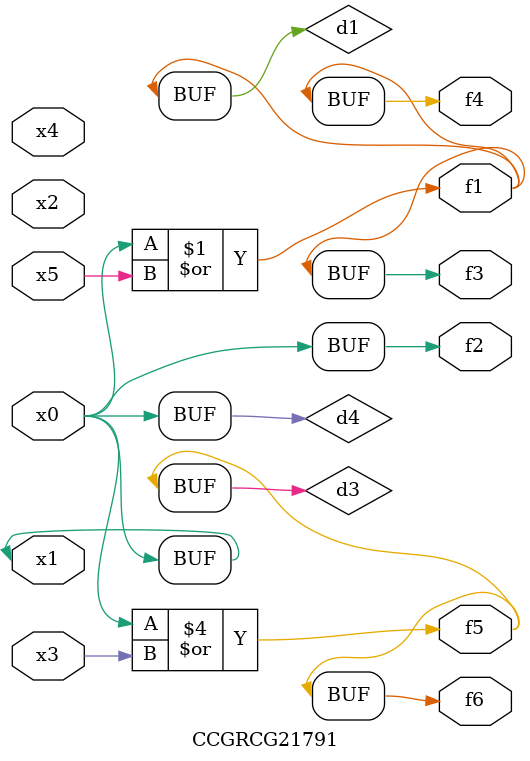
<source format=v>
module CCGRCG21791(
	input x0, x1, x2, x3, x4, x5,
	output f1, f2, f3, f4, f5, f6
);

	wire d1, d2, d3, d4;

	or (d1, x0, x5);
	xnor (d2, x1, x4);
	or (d3, x0, x3);
	buf (d4, x0, x1);
	assign f1 = d1;
	assign f2 = d4;
	assign f3 = d1;
	assign f4 = d1;
	assign f5 = d3;
	assign f6 = d3;
endmodule

</source>
